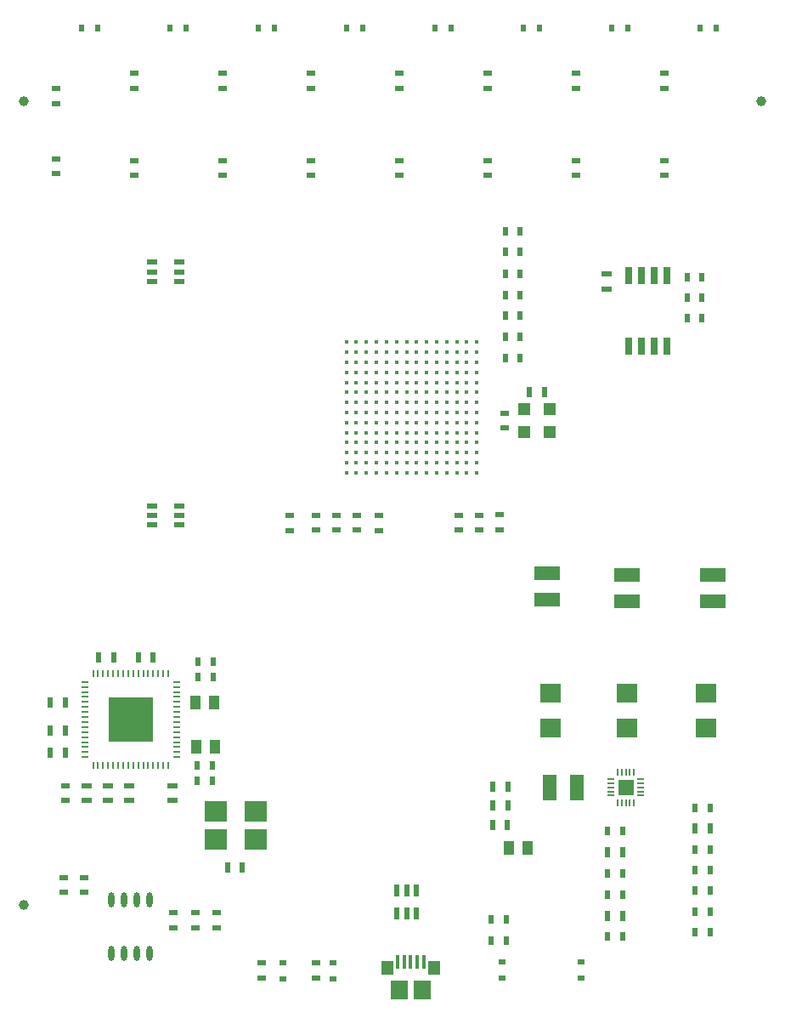
<source format=gtp>
G04*
G04 #@! TF.GenerationSoftware,Altium Limited,Altium Designer,20.2.4 (192)*
G04*
G04 Layer_Color=8421504*
%FSLAX44Y44*%
%MOMM*%
G71*
G04*
G04 #@! TF.SameCoordinates,BA5F34B0-8EF9-400C-9F63-0181D384F855*
G04*
G04*
G04 #@! TF.FilePolarity,Positive*
G04*
G01*
G75*
%ADD15C,0.4000*%
%ADD16R,0.9000X0.5500*%
%ADD17R,1.0000X0.5000*%
%ADD18R,0.5500X0.9000*%
%ADD19R,0.8000X0.6000*%
%ADD20R,2.6500X1.4000*%
%ADD21R,0.6000X1.0000*%
%ADD22R,1.0500X1.4500*%
%ADD23R,1.0000X0.6000*%
%ADD24R,0.6000X0.8000*%
%ADD25C,1.0000*%
%ADD26R,1.2400X1.2900*%
%ADD27R,1.6500X1.6500*%
%ADD28O,0.2000X0.8000*%
%ADD29O,0.8000X0.2000*%
%ADD30R,0.6500X1.7000*%
%ADD31R,1.4000X2.6500*%
%ADD32R,2.1000X1.9000*%
%ADD33O,0.6000X1.5000*%
%ADD34R,4.4500X4.4500*%
G04:AMPARAMS|DCode=35|XSize=0.25mm|YSize=0.75mm|CornerRadius=0.125mm|HoleSize=0mm|Usage=FLASHONLY|Rotation=180.000|XOffset=0mm|YOffset=0mm|HoleType=Round|Shape=RoundedRectangle|*
%AMROUNDEDRECTD35*
21,1,0.2500,0.5000,0,0,180.0*
21,1,0.0000,0.7500,0,0,180.0*
1,1,0.2500,0.0000,0.2500*
1,1,0.2500,0.0000,0.2500*
1,1,0.2500,0.0000,-0.2500*
1,1,0.2500,0.0000,-0.2500*
%
%ADD35ROUNDEDRECTD35*%
G04:AMPARAMS|DCode=36|XSize=0.75mm|YSize=0.25mm|CornerRadius=0.125mm|HoleSize=0mm|Usage=FLASHONLY|Rotation=180.000|XOffset=0mm|YOffset=0mm|HoleType=Round|Shape=RoundedRectangle|*
%AMROUNDEDRECTD36*
21,1,0.7500,0.0000,0,0,180.0*
21,1,0.5000,0.2500,0,0,180.0*
1,1,0.2500,-0.2500,0.0000*
1,1,0.2500,0.2500,0.0000*
1,1,0.2500,0.2500,0.0000*
1,1,0.2500,-0.2500,0.0000*
%
%ADD36ROUNDEDRECTD36*%
%ADD37R,2.2000X2.0000*%
%ADD38R,0.6000X1.2000*%
%ADD39R,1.1500X1.4500*%
%ADD40R,0.4000X1.4000*%
%ADD41R,1.7500X1.9000*%
D15*
X501500Y529998D02*
D03*
X491500D02*
D03*
X481501D02*
D03*
X471501D02*
D03*
X461500D02*
D03*
X451500D02*
D03*
X441500D02*
D03*
X431501D02*
D03*
X421501D02*
D03*
X411500D02*
D03*
X401500D02*
D03*
X391500D02*
D03*
X381501D02*
D03*
X371501D02*
D03*
X491500Y539998D02*
D03*
X481501D02*
D03*
X471501D02*
D03*
X461500D02*
D03*
X451500D02*
D03*
X441500D02*
D03*
X431501D02*
D03*
X421501D02*
D03*
X411500D02*
D03*
X401500D02*
D03*
X391500D02*
D03*
X381501D02*
D03*
X371501D02*
D03*
X501500Y549998D02*
D03*
X491500D02*
D03*
X481501D02*
D03*
X471501D02*
D03*
X461500D02*
D03*
X451500D02*
D03*
X441500D02*
D03*
X431501D02*
D03*
X421501D02*
D03*
X411500D02*
D03*
X401500D02*
D03*
X391500D02*
D03*
X381501D02*
D03*
X371501D02*
D03*
X501500Y559998D02*
D03*
X491500D02*
D03*
X481501D02*
D03*
X471501D02*
D03*
X461500D02*
D03*
X451500D02*
D03*
X441500D02*
D03*
X431501D02*
D03*
X421501D02*
D03*
X411500D02*
D03*
X401500D02*
D03*
X391500D02*
D03*
X381501D02*
D03*
X371501D02*
D03*
X501500Y569998D02*
D03*
X491500D02*
D03*
X481501D02*
D03*
X471501D02*
D03*
X461500D02*
D03*
X451500D02*
D03*
X441500D02*
D03*
X431501D02*
D03*
X421501D02*
D03*
X411500D02*
D03*
X401500D02*
D03*
X391500D02*
D03*
X381501D02*
D03*
X371501D02*
D03*
X491500Y579998D02*
D03*
X481501D02*
D03*
X471501D02*
D03*
X461500D02*
D03*
X451500D02*
D03*
X441500D02*
D03*
X431501D02*
D03*
X421501D02*
D03*
X411500D02*
D03*
X401500D02*
D03*
X391500D02*
D03*
X381501D02*
D03*
X371501D02*
D03*
X501500Y589998D02*
D03*
X491500D02*
D03*
X481501D02*
D03*
X471501D02*
D03*
X461500D02*
D03*
X451500D02*
D03*
X441500D02*
D03*
X431501D02*
D03*
X421501D02*
D03*
X411500D02*
D03*
X401500D02*
D03*
X391500D02*
D03*
X381501D02*
D03*
X371501D02*
D03*
X491500Y599998D02*
D03*
X481501D02*
D03*
X471501D02*
D03*
X461500D02*
D03*
X451500D02*
D03*
X441500D02*
D03*
X431501D02*
D03*
X421501D02*
D03*
X411500D02*
D03*
X401500D02*
D03*
X391500D02*
D03*
X381501D02*
D03*
X371501D02*
D03*
X491500Y609998D02*
D03*
X481501D02*
D03*
X471501D02*
D03*
X461500D02*
D03*
X451500D02*
D03*
X441500D02*
D03*
X431501D02*
D03*
X421501D02*
D03*
X411500D02*
D03*
X401500D02*
D03*
X391500D02*
D03*
X381501D02*
D03*
X371501D02*
D03*
X501500Y619998D02*
D03*
X491500D02*
D03*
X481501D02*
D03*
X471501D02*
D03*
X461500D02*
D03*
X451500D02*
D03*
X441500D02*
D03*
X431501D02*
D03*
X421501D02*
D03*
X411500D02*
D03*
X401500D02*
D03*
X391500D02*
D03*
X381501D02*
D03*
X371501D02*
D03*
X501500Y629998D02*
D03*
X491500D02*
D03*
X481501D02*
D03*
X471501D02*
D03*
X461500D02*
D03*
X451500D02*
D03*
X441500D02*
D03*
X431501D02*
D03*
X421501D02*
D03*
X411500D02*
D03*
X381501D02*
D03*
X371501D02*
D03*
X501500Y639998D02*
D03*
X491500D02*
D03*
X481501D02*
D03*
X471501D02*
D03*
X461500D02*
D03*
X451500D02*
D03*
X441500D02*
D03*
X431501D02*
D03*
X421501D02*
D03*
X411500D02*
D03*
X381501D02*
D03*
X371501D02*
D03*
X501500Y649998D02*
D03*
X491500D02*
D03*
X481501D02*
D03*
X471501D02*
D03*
X461500D02*
D03*
X451500D02*
D03*
X441500D02*
D03*
X431501D02*
D03*
X401500D02*
D03*
X371501D02*
D03*
X501500Y659998D02*
D03*
X491500D02*
D03*
X481501D02*
D03*
X471501D02*
D03*
X461500D02*
D03*
X451500D02*
D03*
X441500D02*
D03*
X431501D02*
D03*
X421501D02*
D03*
X371501D02*
D03*
X501500Y579998D02*
D03*
X391500Y639998D02*
D03*
Y649998D02*
D03*
X501500Y539998D02*
D03*
Y599998D02*
D03*
Y609998D02*
D03*
X401500Y629998D02*
D03*
X391500D02*
D03*
X401500Y639998D02*
D03*
X421501Y649998D02*
D03*
X411500D02*
D03*
X381501D02*
D03*
X411500Y659998D02*
D03*
X401500D02*
D03*
X391500D02*
D03*
X381501D02*
D03*
D16*
X341340Y487748D02*
D03*
Y472748D02*
D03*
X91550Y218588D02*
D03*
Y203588D02*
D03*
X381980Y487748D02*
D03*
Y472748D02*
D03*
X315000Y487498D02*
D03*
Y472498D02*
D03*
X361660Y487748D02*
D03*
Y472748D02*
D03*
X336396Y840888D02*
D03*
Y825888D02*
D03*
X424410Y840888D02*
D03*
Y825888D02*
D03*
X248383Y840888D02*
D03*
Y825888D02*
D03*
X600437Y840888D02*
D03*
Y825888D02*
D03*
X688450Y840888D02*
D03*
Y825888D02*
D03*
X512423Y840888D02*
D03*
Y825888D02*
D03*
X160369Y840888D02*
D03*
Y825888D02*
D03*
X82500Y842498D02*
D03*
Y827498D02*
D03*
X248383Y912418D02*
D03*
Y927418D02*
D03*
X336396Y912418D02*
D03*
Y927418D02*
D03*
X688450Y912418D02*
D03*
Y927418D02*
D03*
X512423Y912418D02*
D03*
Y927418D02*
D03*
X160369Y912418D02*
D03*
Y927418D02*
D03*
X424410Y912418D02*
D03*
Y927418D02*
D03*
X600437Y912418D02*
D03*
Y927418D02*
D03*
X82500Y897498D02*
D03*
Y912498D02*
D03*
X404000Y487498D02*
D03*
Y472498D02*
D03*
X524620Y472948D02*
D03*
Y487948D02*
D03*
X504300Y487828D02*
D03*
Y472828D02*
D03*
X483980Y487828D02*
D03*
Y472828D02*
D03*
X529700Y574428D02*
D03*
Y589428D02*
D03*
X90280Y127148D02*
D03*
Y112148D02*
D03*
X199110Y91961D02*
D03*
Y76961D02*
D03*
X242290Y91961D02*
D03*
Y76961D02*
D03*
X110600Y112148D02*
D03*
Y127148D02*
D03*
X341740Y42058D02*
D03*
Y27058D02*
D03*
X220700Y91961D02*
D03*
Y76961D02*
D03*
X287130Y42058D02*
D03*
Y27058D02*
D03*
D17*
X205000Y739498D02*
D03*
Y729998D02*
D03*
Y720498D02*
D03*
X178000D02*
D03*
Y729998D02*
D03*
Y739498D02*
D03*
X205000Y496998D02*
D03*
Y487498D02*
D03*
Y477998D02*
D03*
X178000D02*
D03*
Y487498D02*
D03*
Y496998D02*
D03*
D18*
X238000Y238998D02*
D03*
X223000D02*
D03*
X223000Y222998D02*
D03*
X238000D02*
D03*
X224000Y326998D02*
D03*
X239000D02*
D03*
X224000Y341998D02*
D03*
X239000D02*
D03*
X516000Y63998D02*
D03*
X531000D02*
D03*
X647000Y109998D02*
D03*
X632000D02*
D03*
X647000Y172998D02*
D03*
X632000D02*
D03*
X718906Y72658D02*
D03*
X733906D02*
D03*
X718906Y93190D02*
D03*
X733906D02*
D03*
X718906Y113722D02*
D03*
X733906D02*
D03*
X718906Y134253D02*
D03*
X733906D02*
D03*
X719051Y154785D02*
D03*
X734050D02*
D03*
X734050Y195848D02*
D03*
X719050D02*
D03*
X544820Y749568D02*
D03*
X529821D02*
D03*
X529820Y769888D02*
D03*
X544820D02*
D03*
X711030Y703848D02*
D03*
X726030D02*
D03*
X711030Y683528D02*
D03*
X726030D02*
D03*
X711030Y724168D02*
D03*
X726030D02*
D03*
X544820Y727978D02*
D03*
X529821D02*
D03*
X544820Y665113D02*
D03*
X529821D02*
D03*
X544820Y644158D02*
D03*
X529821D02*
D03*
X544820Y686068D02*
D03*
X529821D02*
D03*
X544820Y707023D02*
D03*
X529821D02*
D03*
X647001Y130998D02*
D03*
X632001D02*
D03*
X647001Y67998D02*
D03*
X632001D02*
D03*
X531000Y84998D02*
D03*
X516000D02*
D03*
D19*
X358250Y26368D02*
D03*
Y42558D02*
D03*
X605900Y42748D02*
D03*
Y26558D02*
D03*
X527160D02*
D03*
Y42748D02*
D03*
X308720Y42558D02*
D03*
Y26368D02*
D03*
D20*
X571455Y430062D02*
D03*
Y403562D02*
D03*
X651500Y428248D02*
D03*
Y401748D02*
D03*
X736500Y428248D02*
D03*
Y401748D02*
D03*
D21*
X631900Y88998D02*
D03*
X647100D02*
D03*
X631900Y151998D02*
D03*
X647100D02*
D03*
X718950Y175817D02*
D03*
X734150D02*
D03*
X553850Y609868D02*
D03*
X569050D02*
D03*
X517020Y179338D02*
D03*
X532220D02*
D03*
X517260Y198388D02*
D03*
X532460D02*
D03*
X517260Y217438D02*
D03*
X532460D02*
D03*
X76350Y301258D02*
D03*
X91550D02*
D03*
X139790Y345708D02*
D03*
X124591D02*
D03*
X163960D02*
D03*
X179160D02*
D03*
X268060Y137108D02*
D03*
X252861D02*
D03*
X76400Y250998D02*
D03*
X91600D02*
D03*
X76400Y273498D02*
D03*
X91600D02*
D03*
D22*
X222000Y256998D02*
D03*
X240500D02*
D03*
X221250Y300998D02*
D03*
X239750D02*
D03*
X533270Y156478D02*
D03*
X551770D02*
D03*
D23*
X134050Y218688D02*
D03*
Y203488D02*
D03*
X155050Y218688D02*
D03*
Y203488D02*
D03*
X113050Y218688D02*
D03*
Y203488D02*
D03*
X630948Y727600D02*
D03*
Y712400D02*
D03*
X198230Y203488D02*
D03*
Y218688D02*
D03*
D24*
X723680Y972894D02*
D03*
X739870D02*
D03*
X195723D02*
D03*
X211913D02*
D03*
X547695D02*
D03*
X563885D02*
D03*
X635687D02*
D03*
X651878D02*
D03*
X459702D02*
D03*
X475892D02*
D03*
X283716D02*
D03*
X299906D02*
D03*
X371709D02*
D03*
X387899D02*
D03*
X107730D02*
D03*
X123920D02*
D03*
D25*
X50000Y899998D02*
D03*
X785000D02*
D03*
X50000Y99998D02*
D03*
D26*
X574150Y570678D02*
D03*
X548750D02*
D03*
X574150Y593178D02*
D03*
X548750D02*
D03*
D27*
X650033Y216698D02*
D03*
D28*
X642033Y231698D02*
D03*
X646033D02*
D03*
X650033D02*
D03*
X654033D02*
D03*
X658033D02*
D03*
Y201698D02*
D03*
X654033D02*
D03*
X650033D02*
D03*
X646033D02*
D03*
X642033D02*
D03*
D29*
X665033Y224698D02*
D03*
Y220698D02*
D03*
Y216698D02*
D03*
Y212698D02*
D03*
Y208698D02*
D03*
X635033D02*
D03*
Y212698D02*
D03*
Y216698D02*
D03*
Y220698D02*
D03*
Y224698D02*
D03*
D30*
X652490Y655648D02*
D03*
X665190D02*
D03*
X677890D02*
D03*
X690590D02*
D03*
X652490Y726648D02*
D03*
X665190D02*
D03*
X677890D02*
D03*
X690590D02*
D03*
D31*
X601053Y216698D02*
D03*
X574553D02*
D03*
D32*
X575146Y310148D02*
D03*
Y275648D02*
D03*
X651303Y310148D02*
D03*
Y275648D02*
D03*
X730230Y310768D02*
D03*
Y276268D02*
D03*
D33*
X175660Y105111D02*
D03*
X162960D02*
D03*
X150260D02*
D03*
X137560D02*
D03*
X175660Y51111D02*
D03*
X162960D02*
D03*
X150260D02*
D03*
X137560D02*
D03*
D34*
X156610Y284328D02*
D03*
D35*
X194110Y238578D02*
D03*
X189110D02*
D03*
X184110D02*
D03*
X179110D02*
D03*
X174110D02*
D03*
X169110D02*
D03*
X164110D02*
D03*
X159110D02*
D03*
X154110D02*
D03*
X149110D02*
D03*
X144110D02*
D03*
X139110D02*
D03*
X134110D02*
D03*
X129110D02*
D03*
X124110D02*
D03*
X119110D02*
D03*
Y330078D02*
D03*
X124110D02*
D03*
X129110D02*
D03*
X134110D02*
D03*
X139110D02*
D03*
X144110D02*
D03*
X149110D02*
D03*
X154110D02*
D03*
X159110D02*
D03*
X164110D02*
D03*
X169110D02*
D03*
X174110D02*
D03*
X179110D02*
D03*
X184110D02*
D03*
X189110D02*
D03*
X194110D02*
D03*
D36*
X110860Y246828D02*
D03*
Y251828D02*
D03*
Y256828D02*
D03*
Y261828D02*
D03*
Y266828D02*
D03*
Y271828D02*
D03*
Y276828D02*
D03*
Y281828D02*
D03*
Y286828D02*
D03*
Y291828D02*
D03*
Y296828D02*
D03*
Y301828D02*
D03*
Y306828D02*
D03*
Y311828D02*
D03*
Y316828D02*
D03*
Y321828D02*
D03*
X202360D02*
D03*
Y316828D02*
D03*
Y311828D02*
D03*
Y306828D02*
D03*
Y301828D02*
D03*
Y296828D02*
D03*
Y291828D02*
D03*
Y286828D02*
D03*
Y281828D02*
D03*
Y276828D02*
D03*
Y271828D02*
D03*
Y266828D02*
D03*
Y261828D02*
D03*
Y256828D02*
D03*
Y251828D02*
D03*
Y246828D02*
D03*
D37*
X241831Y193068D02*
D03*
X241831Y164968D02*
D03*
X281630D02*
D03*
Y193068D02*
D03*
D38*
X422000Y113998D02*
D03*
X431500D02*
D03*
X441000D02*
D03*
Y90998D02*
D03*
X431500D02*
D03*
X422000D02*
D03*
D39*
X458700Y37298D02*
D03*
X412300D02*
D03*
D40*
X448501Y42998D02*
D03*
X442001D02*
D03*
X422500D02*
D03*
X429001D02*
D03*
X435500D02*
D03*
D41*
X446750Y14998D02*
D03*
X424250D02*
D03*
M02*

</source>
